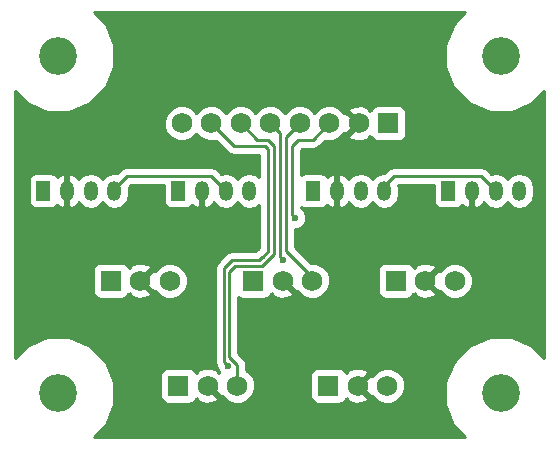
<source format=gbr>
G04 #@! TF.FileFunction,Copper,L2,Bot,Signal*
%FSLAX46Y46*%
G04 Gerber Fmt 4.6, Leading zero omitted, Abs format (unit mm)*
G04 Created by KiCad (PCBNEW 4.0.3+e1-6302~38~ubuntu15.04.1-stable) date Fri Aug 26 23:04:31 2016*
%MOMM*%
%LPD*%
G01*
G04 APERTURE LIST*
%ADD10C,0.100000*%
%ADD11R,1.750000X1.750000*%
%ADD12C,1.750000*%
%ADD13R,1.200000X1.700000*%
%ADD14O,1.200000X1.700000*%
%ADD15C,3.200000*%
%ADD16C,0.600000*%
%ADD17C,0.250000*%
%ADD18C,0.254000*%
G04 APERTURE END LIST*
D10*
D11*
X176530000Y-75565000D03*
D12*
X174030000Y-75565000D03*
X171530000Y-75565000D03*
X169030000Y-75565000D03*
X166530000Y-75565000D03*
X164030000Y-75565000D03*
X161530000Y-75565000D03*
X159030000Y-75565000D03*
D11*
X153035000Y-88900000D03*
D12*
X155535000Y-88900000D03*
X158035000Y-88900000D03*
D11*
X165100000Y-88900000D03*
D12*
X167600000Y-88900000D03*
X170100000Y-88900000D03*
D11*
X177165000Y-88900000D03*
D12*
X179665000Y-88900000D03*
X182165000Y-88900000D03*
D11*
X158750000Y-97790000D03*
D12*
X161250000Y-97790000D03*
X163750000Y-97790000D03*
D11*
X171450000Y-97790000D03*
D12*
X173950000Y-97790000D03*
X176450000Y-97790000D03*
D13*
X147320000Y-81280000D03*
D14*
X149320000Y-81280000D03*
X151320000Y-81280000D03*
X153320000Y-81280000D03*
D13*
X158750000Y-81280000D03*
D14*
X160750000Y-81280000D03*
X162750000Y-81280000D03*
X164750000Y-81280000D03*
D13*
X170180000Y-81280000D03*
D14*
X172180000Y-81280000D03*
X174180000Y-81280000D03*
X176180000Y-81280000D03*
D13*
X181610000Y-81280000D03*
D14*
X183610000Y-81280000D03*
X185610000Y-81280000D03*
X187610000Y-81280000D03*
D15*
X148590000Y-69850000D03*
X186055000Y-69850000D03*
X148590000Y-98425000D03*
X186055000Y-98425000D03*
D16*
X168656000Y-83566000D03*
X167640000Y-87122000D03*
X162976112Y-96129791D03*
D17*
X168402000Y-78994000D02*
X168402000Y-77470000D01*
X170133000Y-76962000D02*
X171530000Y-75565000D01*
X168910000Y-76962000D02*
X170133000Y-76962000D01*
X168402000Y-77470000D02*
X168910000Y-76962000D01*
X168656000Y-83566000D02*
X168402000Y-83312000D01*
X168402000Y-78994000D02*
X168402000Y-83312000D01*
X171530000Y-75565000D02*
X171530000Y-75866000D01*
X167894000Y-78994000D02*
X167894000Y-76701000D01*
X167894000Y-76701000D02*
X169030000Y-75565000D01*
X169164000Y-75699000D02*
X169030000Y-75565000D01*
X169030000Y-75565000D02*
X169030000Y-75572000D01*
X167894000Y-86360000D02*
X170100000Y-88566000D01*
X167894000Y-78994000D02*
X167894000Y-86360000D01*
X170100000Y-88566000D02*
X170100000Y-88900000D01*
X167386000Y-78486000D02*
X167386000Y-76421000D01*
X167386000Y-76421000D02*
X166530000Y-75565000D01*
X166370000Y-75725000D02*
X166530000Y-75565000D01*
X167386000Y-86614000D02*
X167386000Y-86868000D01*
X167386000Y-85598000D02*
X167386000Y-78486000D01*
X167386000Y-85598000D02*
X167386000Y-86614000D01*
X167386000Y-86868000D02*
X167640000Y-87122000D01*
X166530000Y-75565000D02*
X166554998Y-75565000D01*
X166878000Y-86614000D02*
X165862000Y-87630000D01*
X163068000Y-95337781D02*
X163750000Y-96019781D01*
X164030000Y-75565000D02*
X165427000Y-76962000D01*
X166370000Y-76962000D02*
X166878000Y-77470000D01*
X165427000Y-76962000D02*
X166370000Y-76962000D01*
X166878000Y-77470000D02*
X166878000Y-86614000D01*
X165862000Y-87630000D02*
X163576000Y-87630000D01*
X163576000Y-87630000D02*
X163068000Y-88138000D01*
X163750000Y-96552564D02*
X163750000Y-97790000D01*
X163068000Y-88138000D02*
X163068000Y-95337781D01*
X163750000Y-96019781D02*
X163750000Y-96552564D01*
X164030000Y-75565000D02*
X164030000Y-75892000D01*
X165919998Y-86868000D02*
X165862000Y-86868000D01*
X165862000Y-86868000D02*
X165608000Y-87122000D01*
X162616668Y-87827332D02*
X162616668Y-95770347D01*
X163322000Y-87122000D02*
X162616668Y-87827332D01*
X162676113Y-95829792D02*
X162976112Y-96129791D01*
X166116000Y-77470000D02*
X166370000Y-77724000D01*
X162616668Y-95770347D02*
X162676113Y-95829792D01*
X163435000Y-77470000D02*
X166116000Y-77470000D01*
X161530000Y-75565000D02*
X163435000Y-77470000D01*
X166370000Y-77724000D02*
X166370000Y-86417998D01*
X166370000Y-86417998D02*
X165919998Y-86868000D01*
X165608000Y-87122000D02*
X163322000Y-87122000D01*
X153320000Y-81280000D02*
X153320000Y-81122000D01*
X153320000Y-81122000D02*
X154432000Y-80010000D01*
X161480000Y-80010000D02*
X162750000Y-81280000D01*
X154432000Y-80010000D02*
X161480000Y-80010000D01*
X176180000Y-81280000D02*
X176180000Y-80868000D01*
X176180000Y-80868000D02*
X177038000Y-80010000D01*
X184340000Y-80010000D02*
X185610000Y-81280000D01*
X177038000Y-80010000D02*
X184340000Y-80010000D01*
D18*
G36*
X182049981Y-67168874D02*
X181328823Y-68905617D01*
X181327182Y-70786133D01*
X182045308Y-72524132D01*
X183373874Y-73855019D01*
X185110617Y-74576177D01*
X186991133Y-74577818D01*
X188729132Y-73859692D01*
X189738000Y-72852583D01*
X189738000Y-95423605D01*
X188736126Y-94419981D01*
X186999383Y-93698823D01*
X185118867Y-93697182D01*
X183380868Y-94415308D01*
X182049981Y-95743874D01*
X181328823Y-97480617D01*
X181327182Y-99361133D01*
X182045308Y-101099132D01*
X183052417Y-102108000D01*
X151591395Y-102108000D01*
X152595019Y-101106126D01*
X153316177Y-99369383D01*
X153317818Y-97488867D01*
X152599692Y-95750868D01*
X151271126Y-94419981D01*
X149534383Y-93698823D01*
X147653867Y-93697182D01*
X145915868Y-94415308D01*
X144907000Y-95422417D01*
X144907000Y-88025000D01*
X151512560Y-88025000D01*
X151512560Y-89775000D01*
X151556838Y-90010317D01*
X151695910Y-90226441D01*
X151908110Y-90371431D01*
X152160000Y-90422440D01*
X153910000Y-90422440D01*
X154145317Y-90378162D01*
X154361441Y-90239090D01*
X154498994Y-90037774D01*
X154537914Y-90076694D01*
X154652546Y-89962062D01*
X154735884Y-90215953D01*
X155300306Y-90421590D01*
X155900458Y-90395579D01*
X156334116Y-90215953D01*
X156417455Y-89962060D01*
X155535000Y-89079605D01*
X155520858Y-89093748D01*
X155341253Y-88914143D01*
X155355395Y-88900000D01*
X155714605Y-88900000D01*
X156597060Y-89782455D01*
X156745648Y-89733682D01*
X156754138Y-89754229D01*
X157178537Y-90179370D01*
X157733325Y-90409738D01*
X158334040Y-90410262D01*
X158889229Y-90180862D01*
X159314370Y-89756463D01*
X159544738Y-89201675D01*
X159545262Y-88600960D01*
X159315862Y-88045771D01*
X158891463Y-87620630D01*
X158336675Y-87390262D01*
X157735960Y-87389738D01*
X157180771Y-87619138D01*
X156755630Y-88043537D01*
X156746108Y-88066469D01*
X156597060Y-88017545D01*
X155714605Y-88900000D01*
X155355395Y-88900000D01*
X155341253Y-88885858D01*
X155520858Y-88706253D01*
X155535000Y-88720395D01*
X156417455Y-87837940D01*
X156334116Y-87584047D01*
X155769694Y-87378410D01*
X155169542Y-87404421D01*
X154735884Y-87584047D01*
X154652546Y-87837938D01*
X154537914Y-87723306D01*
X154496864Y-87764356D01*
X154374090Y-87573559D01*
X154161890Y-87428569D01*
X153910000Y-87377560D01*
X152160000Y-87377560D01*
X151924683Y-87421838D01*
X151708559Y-87560910D01*
X151563569Y-87773110D01*
X151512560Y-88025000D01*
X144907000Y-88025000D01*
X144907000Y-80430000D01*
X146072560Y-80430000D01*
X146072560Y-82130000D01*
X146116838Y-82365317D01*
X146255910Y-82581441D01*
X146468110Y-82726431D01*
X146720000Y-82777440D01*
X147920000Y-82777440D01*
X148155317Y-82733162D01*
X148371441Y-82594090D01*
X148475571Y-82441691D01*
X148490875Y-82461933D01*
X148910624Y-82708286D01*
X149002391Y-82723462D01*
X149193000Y-82598731D01*
X149193000Y-81407000D01*
X149173000Y-81407000D01*
X149173000Y-81153000D01*
X149193000Y-81153000D01*
X149193000Y-79961269D01*
X149447000Y-79961269D01*
X149447000Y-81153000D01*
X149467000Y-81153000D01*
X149467000Y-81407000D01*
X149447000Y-81407000D01*
X149447000Y-82598731D01*
X149637609Y-82723462D01*
X149729376Y-82708286D01*
X150149125Y-82461933D01*
X150317590Y-82239109D01*
X150446723Y-82432370D01*
X150847386Y-82700084D01*
X151320000Y-82794093D01*
X151792614Y-82700084D01*
X152193277Y-82432370D01*
X152320000Y-82242715D01*
X152446723Y-82432370D01*
X152847386Y-82700084D01*
X153320000Y-82794093D01*
X153792614Y-82700084D01*
X154193277Y-82432370D01*
X154460991Y-82031707D01*
X154555000Y-81559093D01*
X154555000Y-81000907D01*
X154548512Y-80968290D01*
X154746802Y-80770000D01*
X157502560Y-80770000D01*
X157502560Y-82130000D01*
X157546838Y-82365317D01*
X157685910Y-82581441D01*
X157898110Y-82726431D01*
X158150000Y-82777440D01*
X159350000Y-82777440D01*
X159585317Y-82733162D01*
X159801441Y-82594090D01*
X159905571Y-82441691D01*
X159920875Y-82461933D01*
X160340624Y-82708286D01*
X160432391Y-82723462D01*
X160623000Y-82598731D01*
X160623000Y-81407000D01*
X160603000Y-81407000D01*
X160603000Y-81153000D01*
X160623000Y-81153000D01*
X160623000Y-81133000D01*
X160877000Y-81133000D01*
X160877000Y-81153000D01*
X160897000Y-81153000D01*
X160897000Y-81407000D01*
X160877000Y-81407000D01*
X160877000Y-82598731D01*
X161067609Y-82723462D01*
X161159376Y-82708286D01*
X161579125Y-82461933D01*
X161747590Y-82239109D01*
X161876723Y-82432370D01*
X162277386Y-82700084D01*
X162750000Y-82794093D01*
X163222614Y-82700084D01*
X163623277Y-82432370D01*
X163750000Y-82242715D01*
X163876723Y-82432370D01*
X164277386Y-82700084D01*
X164750000Y-82794093D01*
X165222614Y-82700084D01*
X165610000Y-82441241D01*
X165610000Y-86103196D01*
X165499386Y-86213810D01*
X165324599Y-86330599D01*
X165293198Y-86362000D01*
X163322000Y-86362000D01*
X163031161Y-86419852D01*
X162784599Y-86584599D01*
X162079267Y-87289931D01*
X161914520Y-87536493D01*
X161856668Y-87827332D01*
X161856668Y-95770347D01*
X161914520Y-96061186D01*
X162041006Y-96250486D01*
X162040950Y-96314958D01*
X162182995Y-96658734D01*
X162192318Y-96668074D01*
X162132454Y-96727938D01*
X162049116Y-96474047D01*
X161484694Y-96268410D01*
X160884542Y-96294421D01*
X160450884Y-96474047D01*
X160367546Y-96727938D01*
X160252914Y-96613306D01*
X160211864Y-96654356D01*
X160089090Y-96463559D01*
X159876890Y-96318569D01*
X159625000Y-96267560D01*
X157875000Y-96267560D01*
X157639683Y-96311838D01*
X157423559Y-96450910D01*
X157278569Y-96663110D01*
X157227560Y-96915000D01*
X157227560Y-98665000D01*
X157271838Y-98900317D01*
X157410910Y-99116441D01*
X157623110Y-99261431D01*
X157875000Y-99312440D01*
X159625000Y-99312440D01*
X159860317Y-99268162D01*
X160076441Y-99129090D01*
X160213994Y-98927774D01*
X160252914Y-98966694D01*
X160367546Y-98852062D01*
X160450884Y-99105953D01*
X161015306Y-99311590D01*
X161615458Y-99285579D01*
X162049116Y-99105953D01*
X162132455Y-98852060D01*
X161250000Y-97969605D01*
X161235858Y-97983748D01*
X161056253Y-97804143D01*
X161070395Y-97790000D01*
X161056253Y-97775858D01*
X161235858Y-97596253D01*
X161250000Y-97610395D01*
X161264143Y-97596253D01*
X161443748Y-97775858D01*
X161429605Y-97790000D01*
X162312060Y-98672455D01*
X162460648Y-98623682D01*
X162469138Y-98644229D01*
X162893537Y-99069370D01*
X163448325Y-99299738D01*
X164049040Y-99300262D01*
X164604229Y-99070862D01*
X165029370Y-98646463D01*
X165259738Y-98091675D01*
X165260262Y-97490960D01*
X165030862Y-96935771D01*
X165010128Y-96915000D01*
X169927560Y-96915000D01*
X169927560Y-98665000D01*
X169971838Y-98900317D01*
X170110910Y-99116441D01*
X170323110Y-99261431D01*
X170575000Y-99312440D01*
X172325000Y-99312440D01*
X172560317Y-99268162D01*
X172776441Y-99129090D01*
X172913994Y-98927774D01*
X172952914Y-98966694D01*
X173067546Y-98852062D01*
X173150884Y-99105953D01*
X173715306Y-99311590D01*
X174315458Y-99285579D01*
X174749116Y-99105953D01*
X174832455Y-98852060D01*
X173950000Y-97969605D01*
X173935858Y-97983748D01*
X173756253Y-97804143D01*
X173770395Y-97790000D01*
X174129605Y-97790000D01*
X175012060Y-98672455D01*
X175160648Y-98623682D01*
X175169138Y-98644229D01*
X175593537Y-99069370D01*
X176148325Y-99299738D01*
X176749040Y-99300262D01*
X177304229Y-99070862D01*
X177729370Y-98646463D01*
X177959738Y-98091675D01*
X177960262Y-97490960D01*
X177730862Y-96935771D01*
X177306463Y-96510630D01*
X176751675Y-96280262D01*
X176150960Y-96279738D01*
X175595771Y-96509138D01*
X175170630Y-96933537D01*
X175161108Y-96956469D01*
X175012060Y-96907545D01*
X174129605Y-97790000D01*
X173770395Y-97790000D01*
X173756253Y-97775858D01*
X173935858Y-97596253D01*
X173950000Y-97610395D01*
X174832455Y-96727940D01*
X174749116Y-96474047D01*
X174184694Y-96268410D01*
X173584542Y-96294421D01*
X173150884Y-96474047D01*
X173067546Y-96727938D01*
X172952914Y-96613306D01*
X172911864Y-96654356D01*
X172789090Y-96463559D01*
X172576890Y-96318569D01*
X172325000Y-96267560D01*
X170575000Y-96267560D01*
X170339683Y-96311838D01*
X170123559Y-96450910D01*
X169978569Y-96663110D01*
X169927560Y-96915000D01*
X165010128Y-96915000D01*
X164606463Y-96510630D01*
X164510000Y-96470575D01*
X164510000Y-96019781D01*
X164452148Y-95728942D01*
X164287401Y-95482380D01*
X163828000Y-95022979D01*
X163828000Y-90272282D01*
X163973110Y-90371431D01*
X164225000Y-90422440D01*
X165975000Y-90422440D01*
X166210317Y-90378162D01*
X166426441Y-90239090D01*
X166563994Y-90037774D01*
X166602914Y-90076694D01*
X166717546Y-89962062D01*
X166800884Y-90215953D01*
X167365306Y-90421590D01*
X167965458Y-90395579D01*
X168399116Y-90215953D01*
X168482455Y-89962060D01*
X167600000Y-89079605D01*
X167585858Y-89093748D01*
X167406253Y-88914143D01*
X167420395Y-88900000D01*
X167406253Y-88885858D01*
X167585858Y-88706253D01*
X167600000Y-88720395D01*
X167614143Y-88706253D01*
X167793748Y-88885858D01*
X167779605Y-88900000D01*
X168662060Y-89782455D01*
X168810648Y-89733682D01*
X168819138Y-89754229D01*
X169243537Y-90179370D01*
X169798325Y-90409738D01*
X170399040Y-90410262D01*
X170954229Y-90180862D01*
X171379370Y-89756463D01*
X171609738Y-89201675D01*
X171610262Y-88600960D01*
X171380862Y-88045771D01*
X171360128Y-88025000D01*
X175642560Y-88025000D01*
X175642560Y-89775000D01*
X175686838Y-90010317D01*
X175825910Y-90226441D01*
X176038110Y-90371431D01*
X176290000Y-90422440D01*
X178040000Y-90422440D01*
X178275317Y-90378162D01*
X178491441Y-90239090D01*
X178628994Y-90037774D01*
X178667914Y-90076694D01*
X178782546Y-89962062D01*
X178865884Y-90215953D01*
X179430306Y-90421590D01*
X180030458Y-90395579D01*
X180464116Y-90215953D01*
X180547455Y-89962060D01*
X179665000Y-89079605D01*
X179650858Y-89093748D01*
X179471253Y-88914143D01*
X179485395Y-88900000D01*
X179844605Y-88900000D01*
X180727060Y-89782455D01*
X180875648Y-89733682D01*
X180884138Y-89754229D01*
X181308537Y-90179370D01*
X181863325Y-90409738D01*
X182464040Y-90410262D01*
X183019229Y-90180862D01*
X183444370Y-89756463D01*
X183674738Y-89201675D01*
X183675262Y-88600960D01*
X183445862Y-88045771D01*
X183021463Y-87620630D01*
X182466675Y-87390262D01*
X181865960Y-87389738D01*
X181310771Y-87619138D01*
X180885630Y-88043537D01*
X180876108Y-88066469D01*
X180727060Y-88017545D01*
X179844605Y-88900000D01*
X179485395Y-88900000D01*
X179471253Y-88885858D01*
X179650858Y-88706253D01*
X179665000Y-88720395D01*
X180547455Y-87837940D01*
X180464116Y-87584047D01*
X179899694Y-87378410D01*
X179299542Y-87404421D01*
X178865884Y-87584047D01*
X178782546Y-87837938D01*
X178667914Y-87723306D01*
X178626864Y-87764356D01*
X178504090Y-87573559D01*
X178291890Y-87428569D01*
X178040000Y-87377560D01*
X176290000Y-87377560D01*
X176054683Y-87421838D01*
X175838559Y-87560910D01*
X175693569Y-87773110D01*
X175642560Y-88025000D01*
X171360128Y-88025000D01*
X170956463Y-87620630D01*
X170401675Y-87390262D01*
X169998712Y-87389910D01*
X168654000Y-86045198D01*
X168654000Y-84500999D01*
X168841167Y-84501162D01*
X169184943Y-84359117D01*
X169448192Y-84096327D01*
X169590838Y-83752799D01*
X169591162Y-83380833D01*
X169449117Y-83037057D01*
X169186327Y-82773808D01*
X169162000Y-82763706D01*
X169162000Y-82612933D01*
X169328110Y-82726431D01*
X169580000Y-82777440D01*
X170780000Y-82777440D01*
X171015317Y-82733162D01*
X171231441Y-82594090D01*
X171335571Y-82441691D01*
X171350875Y-82461933D01*
X171770624Y-82708286D01*
X171862391Y-82723462D01*
X172053000Y-82598731D01*
X172053000Y-81407000D01*
X172033000Y-81407000D01*
X172033000Y-81153000D01*
X172053000Y-81153000D01*
X172053000Y-79961269D01*
X172307000Y-79961269D01*
X172307000Y-81153000D01*
X172327000Y-81153000D01*
X172327000Y-81407000D01*
X172307000Y-81407000D01*
X172307000Y-82598731D01*
X172497609Y-82723462D01*
X172589376Y-82708286D01*
X173009125Y-82461933D01*
X173177590Y-82239109D01*
X173306723Y-82432370D01*
X173707386Y-82700084D01*
X174180000Y-82794093D01*
X174652614Y-82700084D01*
X175053277Y-82432370D01*
X175180000Y-82242715D01*
X175306723Y-82432370D01*
X175707386Y-82700084D01*
X176180000Y-82794093D01*
X176652614Y-82700084D01*
X177053277Y-82432370D01*
X177320991Y-82031707D01*
X177415000Y-81559093D01*
X177415000Y-81000907D01*
X177369070Y-80770000D01*
X180362560Y-80770000D01*
X180362560Y-82130000D01*
X180406838Y-82365317D01*
X180545910Y-82581441D01*
X180758110Y-82726431D01*
X181010000Y-82777440D01*
X182210000Y-82777440D01*
X182445317Y-82733162D01*
X182661441Y-82594090D01*
X182765571Y-82441691D01*
X182780875Y-82461933D01*
X183200624Y-82708286D01*
X183292391Y-82723462D01*
X183483000Y-82598731D01*
X183483000Y-81407000D01*
X183463000Y-81407000D01*
X183463000Y-81153000D01*
X183483000Y-81153000D01*
X183483000Y-81133000D01*
X183737000Y-81133000D01*
X183737000Y-81153000D01*
X183757000Y-81153000D01*
X183757000Y-81407000D01*
X183737000Y-81407000D01*
X183737000Y-82598731D01*
X183927609Y-82723462D01*
X184019376Y-82708286D01*
X184439125Y-82461933D01*
X184607590Y-82239109D01*
X184736723Y-82432370D01*
X185137386Y-82700084D01*
X185610000Y-82794093D01*
X186082614Y-82700084D01*
X186483277Y-82432370D01*
X186610000Y-82242715D01*
X186736723Y-82432370D01*
X187137386Y-82700084D01*
X187610000Y-82794093D01*
X188082614Y-82700084D01*
X188483277Y-82432370D01*
X188750991Y-82031707D01*
X188845000Y-81559093D01*
X188845000Y-81000907D01*
X188750991Y-80528293D01*
X188483277Y-80127630D01*
X188082614Y-79859916D01*
X187610000Y-79765907D01*
X187137386Y-79859916D01*
X186736723Y-80127630D01*
X186610000Y-80317285D01*
X186483277Y-80127630D01*
X186082614Y-79859916D01*
X185610000Y-79765907D01*
X185243592Y-79838790D01*
X184877401Y-79472599D01*
X184630839Y-79307852D01*
X184340000Y-79250000D01*
X177038000Y-79250000D01*
X176747160Y-79307852D01*
X176500599Y-79472599D01*
X176202763Y-79770435D01*
X176180000Y-79765907D01*
X175707386Y-79859916D01*
X175306723Y-80127630D01*
X175180000Y-80317285D01*
X175053277Y-80127630D01*
X174652614Y-79859916D01*
X174180000Y-79765907D01*
X173707386Y-79859916D01*
X173306723Y-80127630D01*
X173177590Y-80320891D01*
X173009125Y-80098067D01*
X172589376Y-79851714D01*
X172497609Y-79836538D01*
X172307000Y-79961269D01*
X172053000Y-79961269D01*
X171862391Y-79836538D01*
X171770624Y-79851714D01*
X171350875Y-80098067D01*
X171334731Y-80119420D01*
X171244090Y-79978559D01*
X171031890Y-79833569D01*
X170780000Y-79782560D01*
X169580000Y-79782560D01*
X169344683Y-79826838D01*
X169162000Y-79944391D01*
X169162000Y-77784802D01*
X169224802Y-77722000D01*
X170133000Y-77722000D01*
X170423839Y-77664148D01*
X170670401Y-77499401D01*
X171134163Y-77035639D01*
X171228325Y-77074738D01*
X171829040Y-77075262D01*
X172384229Y-76845862D01*
X172809370Y-76421463D01*
X172818892Y-76398531D01*
X172967940Y-76447455D01*
X173850395Y-75565000D01*
X172967940Y-74682545D01*
X172819352Y-74731318D01*
X172810862Y-74710771D01*
X172603394Y-74502940D01*
X173147545Y-74502940D01*
X174030000Y-75385395D01*
X174044143Y-75371253D01*
X174223748Y-75550858D01*
X174209605Y-75565000D01*
X174223748Y-75579143D01*
X174044143Y-75758748D01*
X174030000Y-75744605D01*
X173147545Y-76627060D01*
X173230884Y-76880953D01*
X173795306Y-77086590D01*
X174395458Y-77060579D01*
X174829116Y-76880953D01*
X174912454Y-76627062D01*
X175027086Y-76741694D01*
X175068136Y-76700644D01*
X175190910Y-76891441D01*
X175403110Y-77036431D01*
X175655000Y-77087440D01*
X177405000Y-77087440D01*
X177640317Y-77043162D01*
X177856441Y-76904090D01*
X178001431Y-76691890D01*
X178052440Y-76440000D01*
X178052440Y-74690000D01*
X178008162Y-74454683D01*
X177869090Y-74238559D01*
X177656890Y-74093569D01*
X177405000Y-74042560D01*
X175655000Y-74042560D01*
X175419683Y-74086838D01*
X175203559Y-74225910D01*
X175066006Y-74427226D01*
X175027086Y-74388306D01*
X174912454Y-74502938D01*
X174829116Y-74249047D01*
X174264694Y-74043410D01*
X173664542Y-74069421D01*
X173230884Y-74249047D01*
X173147545Y-74502940D01*
X172603394Y-74502940D01*
X172386463Y-74285630D01*
X171831675Y-74055262D01*
X171230960Y-74054738D01*
X170675771Y-74284138D01*
X170279682Y-74679536D01*
X169886463Y-74285630D01*
X169331675Y-74055262D01*
X168730960Y-74054738D01*
X168175771Y-74284138D01*
X167779682Y-74679536D01*
X167386463Y-74285630D01*
X166831675Y-74055262D01*
X166230960Y-74054738D01*
X165675771Y-74284138D01*
X165279682Y-74679536D01*
X164886463Y-74285630D01*
X164331675Y-74055262D01*
X163730960Y-74054738D01*
X163175771Y-74284138D01*
X162779682Y-74679536D01*
X162386463Y-74285630D01*
X161831675Y-74055262D01*
X161230960Y-74054738D01*
X160675771Y-74284138D01*
X160279682Y-74679536D01*
X159886463Y-74285630D01*
X159331675Y-74055262D01*
X158730960Y-74054738D01*
X158175771Y-74284138D01*
X157750630Y-74708537D01*
X157520262Y-75263325D01*
X157519738Y-75864040D01*
X157749138Y-76419229D01*
X158173537Y-76844370D01*
X158728325Y-77074738D01*
X159329040Y-77075262D01*
X159884229Y-76845862D01*
X160280318Y-76450464D01*
X160673537Y-76844370D01*
X161228325Y-77074738D01*
X161829040Y-77075262D01*
X161925573Y-77035375D01*
X162897599Y-78007401D01*
X163144161Y-78172148D01*
X163435000Y-78230000D01*
X165610000Y-78230000D01*
X165610000Y-80118759D01*
X165222614Y-79859916D01*
X164750000Y-79765907D01*
X164277386Y-79859916D01*
X163876723Y-80127630D01*
X163750000Y-80317285D01*
X163623277Y-80127630D01*
X163222614Y-79859916D01*
X162750000Y-79765907D01*
X162383592Y-79838790D01*
X162017401Y-79472599D01*
X161770839Y-79307852D01*
X161480000Y-79250000D01*
X154432000Y-79250000D01*
X154189414Y-79298254D01*
X154141160Y-79307852D01*
X153894599Y-79472599D01*
X153554622Y-79812576D01*
X153320000Y-79765907D01*
X152847386Y-79859916D01*
X152446723Y-80127630D01*
X152320000Y-80317285D01*
X152193277Y-80127630D01*
X151792614Y-79859916D01*
X151320000Y-79765907D01*
X150847386Y-79859916D01*
X150446723Y-80127630D01*
X150317590Y-80320891D01*
X150149125Y-80098067D01*
X149729376Y-79851714D01*
X149637609Y-79836538D01*
X149447000Y-79961269D01*
X149193000Y-79961269D01*
X149002391Y-79836538D01*
X148910624Y-79851714D01*
X148490875Y-80098067D01*
X148474731Y-80119420D01*
X148384090Y-79978559D01*
X148171890Y-79833569D01*
X147920000Y-79782560D01*
X146720000Y-79782560D01*
X146484683Y-79826838D01*
X146268559Y-79965910D01*
X146123569Y-80178110D01*
X146072560Y-80430000D01*
X144907000Y-80430000D01*
X144907000Y-72851395D01*
X145908874Y-73855019D01*
X147645617Y-74576177D01*
X149526133Y-74577818D01*
X151264132Y-73859692D01*
X152595019Y-72531126D01*
X153316177Y-70794383D01*
X153317818Y-68913867D01*
X152599692Y-67175868D01*
X151592583Y-66167000D01*
X183053605Y-66167000D01*
X182049981Y-67168874D01*
X182049981Y-67168874D01*
G37*
X182049981Y-67168874D02*
X181328823Y-68905617D01*
X181327182Y-70786133D01*
X182045308Y-72524132D01*
X183373874Y-73855019D01*
X185110617Y-74576177D01*
X186991133Y-74577818D01*
X188729132Y-73859692D01*
X189738000Y-72852583D01*
X189738000Y-95423605D01*
X188736126Y-94419981D01*
X186999383Y-93698823D01*
X185118867Y-93697182D01*
X183380868Y-94415308D01*
X182049981Y-95743874D01*
X181328823Y-97480617D01*
X181327182Y-99361133D01*
X182045308Y-101099132D01*
X183052417Y-102108000D01*
X151591395Y-102108000D01*
X152595019Y-101106126D01*
X153316177Y-99369383D01*
X153317818Y-97488867D01*
X152599692Y-95750868D01*
X151271126Y-94419981D01*
X149534383Y-93698823D01*
X147653867Y-93697182D01*
X145915868Y-94415308D01*
X144907000Y-95422417D01*
X144907000Y-88025000D01*
X151512560Y-88025000D01*
X151512560Y-89775000D01*
X151556838Y-90010317D01*
X151695910Y-90226441D01*
X151908110Y-90371431D01*
X152160000Y-90422440D01*
X153910000Y-90422440D01*
X154145317Y-90378162D01*
X154361441Y-90239090D01*
X154498994Y-90037774D01*
X154537914Y-90076694D01*
X154652546Y-89962062D01*
X154735884Y-90215953D01*
X155300306Y-90421590D01*
X155900458Y-90395579D01*
X156334116Y-90215953D01*
X156417455Y-89962060D01*
X155535000Y-89079605D01*
X155520858Y-89093748D01*
X155341253Y-88914143D01*
X155355395Y-88900000D01*
X155714605Y-88900000D01*
X156597060Y-89782455D01*
X156745648Y-89733682D01*
X156754138Y-89754229D01*
X157178537Y-90179370D01*
X157733325Y-90409738D01*
X158334040Y-90410262D01*
X158889229Y-90180862D01*
X159314370Y-89756463D01*
X159544738Y-89201675D01*
X159545262Y-88600960D01*
X159315862Y-88045771D01*
X158891463Y-87620630D01*
X158336675Y-87390262D01*
X157735960Y-87389738D01*
X157180771Y-87619138D01*
X156755630Y-88043537D01*
X156746108Y-88066469D01*
X156597060Y-88017545D01*
X155714605Y-88900000D01*
X155355395Y-88900000D01*
X155341253Y-88885858D01*
X155520858Y-88706253D01*
X155535000Y-88720395D01*
X156417455Y-87837940D01*
X156334116Y-87584047D01*
X155769694Y-87378410D01*
X155169542Y-87404421D01*
X154735884Y-87584047D01*
X154652546Y-87837938D01*
X154537914Y-87723306D01*
X154496864Y-87764356D01*
X154374090Y-87573559D01*
X154161890Y-87428569D01*
X153910000Y-87377560D01*
X152160000Y-87377560D01*
X151924683Y-87421838D01*
X151708559Y-87560910D01*
X151563569Y-87773110D01*
X151512560Y-88025000D01*
X144907000Y-88025000D01*
X144907000Y-80430000D01*
X146072560Y-80430000D01*
X146072560Y-82130000D01*
X146116838Y-82365317D01*
X146255910Y-82581441D01*
X146468110Y-82726431D01*
X146720000Y-82777440D01*
X147920000Y-82777440D01*
X148155317Y-82733162D01*
X148371441Y-82594090D01*
X148475571Y-82441691D01*
X148490875Y-82461933D01*
X148910624Y-82708286D01*
X149002391Y-82723462D01*
X149193000Y-82598731D01*
X149193000Y-81407000D01*
X149173000Y-81407000D01*
X149173000Y-81153000D01*
X149193000Y-81153000D01*
X149193000Y-79961269D01*
X149447000Y-79961269D01*
X149447000Y-81153000D01*
X149467000Y-81153000D01*
X149467000Y-81407000D01*
X149447000Y-81407000D01*
X149447000Y-82598731D01*
X149637609Y-82723462D01*
X149729376Y-82708286D01*
X150149125Y-82461933D01*
X150317590Y-82239109D01*
X150446723Y-82432370D01*
X150847386Y-82700084D01*
X151320000Y-82794093D01*
X151792614Y-82700084D01*
X152193277Y-82432370D01*
X152320000Y-82242715D01*
X152446723Y-82432370D01*
X152847386Y-82700084D01*
X153320000Y-82794093D01*
X153792614Y-82700084D01*
X154193277Y-82432370D01*
X154460991Y-82031707D01*
X154555000Y-81559093D01*
X154555000Y-81000907D01*
X154548512Y-80968290D01*
X154746802Y-80770000D01*
X157502560Y-80770000D01*
X157502560Y-82130000D01*
X157546838Y-82365317D01*
X157685910Y-82581441D01*
X157898110Y-82726431D01*
X158150000Y-82777440D01*
X159350000Y-82777440D01*
X159585317Y-82733162D01*
X159801441Y-82594090D01*
X159905571Y-82441691D01*
X159920875Y-82461933D01*
X160340624Y-82708286D01*
X160432391Y-82723462D01*
X160623000Y-82598731D01*
X160623000Y-81407000D01*
X160603000Y-81407000D01*
X160603000Y-81153000D01*
X160623000Y-81153000D01*
X160623000Y-81133000D01*
X160877000Y-81133000D01*
X160877000Y-81153000D01*
X160897000Y-81153000D01*
X160897000Y-81407000D01*
X160877000Y-81407000D01*
X160877000Y-82598731D01*
X161067609Y-82723462D01*
X161159376Y-82708286D01*
X161579125Y-82461933D01*
X161747590Y-82239109D01*
X161876723Y-82432370D01*
X162277386Y-82700084D01*
X162750000Y-82794093D01*
X163222614Y-82700084D01*
X163623277Y-82432370D01*
X163750000Y-82242715D01*
X163876723Y-82432370D01*
X164277386Y-82700084D01*
X164750000Y-82794093D01*
X165222614Y-82700084D01*
X165610000Y-82441241D01*
X165610000Y-86103196D01*
X165499386Y-86213810D01*
X165324599Y-86330599D01*
X165293198Y-86362000D01*
X163322000Y-86362000D01*
X163031161Y-86419852D01*
X162784599Y-86584599D01*
X162079267Y-87289931D01*
X161914520Y-87536493D01*
X161856668Y-87827332D01*
X161856668Y-95770347D01*
X161914520Y-96061186D01*
X162041006Y-96250486D01*
X162040950Y-96314958D01*
X162182995Y-96658734D01*
X162192318Y-96668074D01*
X162132454Y-96727938D01*
X162049116Y-96474047D01*
X161484694Y-96268410D01*
X160884542Y-96294421D01*
X160450884Y-96474047D01*
X160367546Y-96727938D01*
X160252914Y-96613306D01*
X160211864Y-96654356D01*
X160089090Y-96463559D01*
X159876890Y-96318569D01*
X159625000Y-96267560D01*
X157875000Y-96267560D01*
X157639683Y-96311838D01*
X157423559Y-96450910D01*
X157278569Y-96663110D01*
X157227560Y-96915000D01*
X157227560Y-98665000D01*
X157271838Y-98900317D01*
X157410910Y-99116441D01*
X157623110Y-99261431D01*
X157875000Y-99312440D01*
X159625000Y-99312440D01*
X159860317Y-99268162D01*
X160076441Y-99129090D01*
X160213994Y-98927774D01*
X160252914Y-98966694D01*
X160367546Y-98852062D01*
X160450884Y-99105953D01*
X161015306Y-99311590D01*
X161615458Y-99285579D01*
X162049116Y-99105953D01*
X162132455Y-98852060D01*
X161250000Y-97969605D01*
X161235858Y-97983748D01*
X161056253Y-97804143D01*
X161070395Y-97790000D01*
X161056253Y-97775858D01*
X161235858Y-97596253D01*
X161250000Y-97610395D01*
X161264143Y-97596253D01*
X161443748Y-97775858D01*
X161429605Y-97790000D01*
X162312060Y-98672455D01*
X162460648Y-98623682D01*
X162469138Y-98644229D01*
X162893537Y-99069370D01*
X163448325Y-99299738D01*
X164049040Y-99300262D01*
X164604229Y-99070862D01*
X165029370Y-98646463D01*
X165259738Y-98091675D01*
X165260262Y-97490960D01*
X165030862Y-96935771D01*
X165010128Y-96915000D01*
X169927560Y-96915000D01*
X169927560Y-98665000D01*
X169971838Y-98900317D01*
X170110910Y-99116441D01*
X170323110Y-99261431D01*
X170575000Y-99312440D01*
X172325000Y-99312440D01*
X172560317Y-99268162D01*
X172776441Y-99129090D01*
X172913994Y-98927774D01*
X172952914Y-98966694D01*
X173067546Y-98852062D01*
X173150884Y-99105953D01*
X173715306Y-99311590D01*
X174315458Y-99285579D01*
X174749116Y-99105953D01*
X174832455Y-98852060D01*
X173950000Y-97969605D01*
X173935858Y-97983748D01*
X173756253Y-97804143D01*
X173770395Y-97790000D01*
X174129605Y-97790000D01*
X175012060Y-98672455D01*
X175160648Y-98623682D01*
X175169138Y-98644229D01*
X175593537Y-99069370D01*
X176148325Y-99299738D01*
X176749040Y-99300262D01*
X177304229Y-99070862D01*
X177729370Y-98646463D01*
X177959738Y-98091675D01*
X177960262Y-97490960D01*
X177730862Y-96935771D01*
X177306463Y-96510630D01*
X176751675Y-96280262D01*
X176150960Y-96279738D01*
X175595771Y-96509138D01*
X175170630Y-96933537D01*
X175161108Y-96956469D01*
X175012060Y-96907545D01*
X174129605Y-97790000D01*
X173770395Y-97790000D01*
X173756253Y-97775858D01*
X173935858Y-97596253D01*
X173950000Y-97610395D01*
X174832455Y-96727940D01*
X174749116Y-96474047D01*
X174184694Y-96268410D01*
X173584542Y-96294421D01*
X173150884Y-96474047D01*
X173067546Y-96727938D01*
X172952914Y-96613306D01*
X172911864Y-96654356D01*
X172789090Y-96463559D01*
X172576890Y-96318569D01*
X172325000Y-96267560D01*
X170575000Y-96267560D01*
X170339683Y-96311838D01*
X170123559Y-96450910D01*
X169978569Y-96663110D01*
X169927560Y-96915000D01*
X165010128Y-96915000D01*
X164606463Y-96510630D01*
X164510000Y-96470575D01*
X164510000Y-96019781D01*
X164452148Y-95728942D01*
X164287401Y-95482380D01*
X163828000Y-95022979D01*
X163828000Y-90272282D01*
X163973110Y-90371431D01*
X164225000Y-90422440D01*
X165975000Y-90422440D01*
X166210317Y-90378162D01*
X166426441Y-90239090D01*
X166563994Y-90037774D01*
X166602914Y-90076694D01*
X166717546Y-89962062D01*
X166800884Y-90215953D01*
X167365306Y-90421590D01*
X167965458Y-90395579D01*
X168399116Y-90215953D01*
X168482455Y-89962060D01*
X167600000Y-89079605D01*
X167585858Y-89093748D01*
X167406253Y-88914143D01*
X167420395Y-88900000D01*
X167406253Y-88885858D01*
X167585858Y-88706253D01*
X167600000Y-88720395D01*
X167614143Y-88706253D01*
X167793748Y-88885858D01*
X167779605Y-88900000D01*
X168662060Y-89782455D01*
X168810648Y-89733682D01*
X168819138Y-89754229D01*
X169243537Y-90179370D01*
X169798325Y-90409738D01*
X170399040Y-90410262D01*
X170954229Y-90180862D01*
X171379370Y-89756463D01*
X171609738Y-89201675D01*
X171610262Y-88600960D01*
X171380862Y-88045771D01*
X171360128Y-88025000D01*
X175642560Y-88025000D01*
X175642560Y-89775000D01*
X175686838Y-90010317D01*
X175825910Y-90226441D01*
X176038110Y-90371431D01*
X176290000Y-90422440D01*
X178040000Y-90422440D01*
X178275317Y-90378162D01*
X178491441Y-90239090D01*
X178628994Y-90037774D01*
X178667914Y-90076694D01*
X178782546Y-89962062D01*
X178865884Y-90215953D01*
X179430306Y-90421590D01*
X180030458Y-90395579D01*
X180464116Y-90215953D01*
X180547455Y-89962060D01*
X179665000Y-89079605D01*
X179650858Y-89093748D01*
X179471253Y-88914143D01*
X179485395Y-88900000D01*
X179844605Y-88900000D01*
X180727060Y-89782455D01*
X180875648Y-89733682D01*
X180884138Y-89754229D01*
X181308537Y-90179370D01*
X181863325Y-90409738D01*
X182464040Y-90410262D01*
X183019229Y-90180862D01*
X183444370Y-89756463D01*
X183674738Y-89201675D01*
X183675262Y-88600960D01*
X183445862Y-88045771D01*
X183021463Y-87620630D01*
X182466675Y-87390262D01*
X181865960Y-87389738D01*
X181310771Y-87619138D01*
X180885630Y-88043537D01*
X180876108Y-88066469D01*
X180727060Y-88017545D01*
X179844605Y-88900000D01*
X179485395Y-88900000D01*
X179471253Y-88885858D01*
X179650858Y-88706253D01*
X179665000Y-88720395D01*
X180547455Y-87837940D01*
X180464116Y-87584047D01*
X179899694Y-87378410D01*
X179299542Y-87404421D01*
X178865884Y-87584047D01*
X178782546Y-87837938D01*
X178667914Y-87723306D01*
X178626864Y-87764356D01*
X178504090Y-87573559D01*
X178291890Y-87428569D01*
X178040000Y-87377560D01*
X176290000Y-87377560D01*
X176054683Y-87421838D01*
X175838559Y-87560910D01*
X175693569Y-87773110D01*
X175642560Y-88025000D01*
X171360128Y-88025000D01*
X170956463Y-87620630D01*
X170401675Y-87390262D01*
X169998712Y-87389910D01*
X168654000Y-86045198D01*
X168654000Y-84500999D01*
X168841167Y-84501162D01*
X169184943Y-84359117D01*
X169448192Y-84096327D01*
X169590838Y-83752799D01*
X169591162Y-83380833D01*
X169449117Y-83037057D01*
X169186327Y-82773808D01*
X169162000Y-82763706D01*
X169162000Y-82612933D01*
X169328110Y-82726431D01*
X169580000Y-82777440D01*
X170780000Y-82777440D01*
X171015317Y-82733162D01*
X171231441Y-82594090D01*
X171335571Y-82441691D01*
X171350875Y-82461933D01*
X171770624Y-82708286D01*
X171862391Y-82723462D01*
X172053000Y-82598731D01*
X172053000Y-81407000D01*
X172033000Y-81407000D01*
X172033000Y-81153000D01*
X172053000Y-81153000D01*
X172053000Y-79961269D01*
X172307000Y-79961269D01*
X172307000Y-81153000D01*
X172327000Y-81153000D01*
X172327000Y-81407000D01*
X172307000Y-81407000D01*
X172307000Y-82598731D01*
X172497609Y-82723462D01*
X172589376Y-82708286D01*
X173009125Y-82461933D01*
X173177590Y-82239109D01*
X173306723Y-82432370D01*
X173707386Y-82700084D01*
X174180000Y-82794093D01*
X174652614Y-82700084D01*
X175053277Y-82432370D01*
X175180000Y-82242715D01*
X175306723Y-82432370D01*
X175707386Y-82700084D01*
X176180000Y-82794093D01*
X176652614Y-82700084D01*
X177053277Y-82432370D01*
X177320991Y-82031707D01*
X177415000Y-81559093D01*
X177415000Y-81000907D01*
X177369070Y-80770000D01*
X180362560Y-80770000D01*
X180362560Y-82130000D01*
X180406838Y-82365317D01*
X180545910Y-82581441D01*
X180758110Y-82726431D01*
X181010000Y-82777440D01*
X182210000Y-82777440D01*
X182445317Y-82733162D01*
X182661441Y-82594090D01*
X182765571Y-82441691D01*
X182780875Y-82461933D01*
X183200624Y-82708286D01*
X183292391Y-82723462D01*
X183483000Y-82598731D01*
X183483000Y-81407000D01*
X183463000Y-81407000D01*
X183463000Y-81153000D01*
X183483000Y-81153000D01*
X183483000Y-81133000D01*
X183737000Y-81133000D01*
X183737000Y-81153000D01*
X183757000Y-81153000D01*
X183757000Y-81407000D01*
X183737000Y-81407000D01*
X183737000Y-82598731D01*
X183927609Y-82723462D01*
X184019376Y-82708286D01*
X184439125Y-82461933D01*
X184607590Y-82239109D01*
X184736723Y-82432370D01*
X185137386Y-82700084D01*
X185610000Y-82794093D01*
X186082614Y-82700084D01*
X186483277Y-82432370D01*
X186610000Y-82242715D01*
X186736723Y-82432370D01*
X187137386Y-82700084D01*
X187610000Y-82794093D01*
X188082614Y-82700084D01*
X188483277Y-82432370D01*
X188750991Y-82031707D01*
X188845000Y-81559093D01*
X188845000Y-81000907D01*
X188750991Y-80528293D01*
X188483277Y-80127630D01*
X188082614Y-79859916D01*
X187610000Y-79765907D01*
X187137386Y-79859916D01*
X186736723Y-80127630D01*
X186610000Y-80317285D01*
X186483277Y-80127630D01*
X186082614Y-79859916D01*
X185610000Y-79765907D01*
X185243592Y-79838790D01*
X184877401Y-79472599D01*
X184630839Y-79307852D01*
X184340000Y-79250000D01*
X177038000Y-79250000D01*
X176747160Y-79307852D01*
X176500599Y-79472599D01*
X176202763Y-79770435D01*
X176180000Y-79765907D01*
X175707386Y-79859916D01*
X175306723Y-80127630D01*
X175180000Y-80317285D01*
X175053277Y-80127630D01*
X174652614Y-79859916D01*
X174180000Y-79765907D01*
X173707386Y-79859916D01*
X173306723Y-80127630D01*
X173177590Y-80320891D01*
X173009125Y-80098067D01*
X172589376Y-79851714D01*
X172497609Y-79836538D01*
X172307000Y-79961269D01*
X172053000Y-79961269D01*
X171862391Y-79836538D01*
X171770624Y-79851714D01*
X171350875Y-80098067D01*
X171334731Y-80119420D01*
X171244090Y-79978559D01*
X171031890Y-79833569D01*
X170780000Y-79782560D01*
X169580000Y-79782560D01*
X169344683Y-79826838D01*
X169162000Y-79944391D01*
X169162000Y-77784802D01*
X169224802Y-77722000D01*
X170133000Y-77722000D01*
X170423839Y-77664148D01*
X170670401Y-77499401D01*
X171134163Y-77035639D01*
X171228325Y-77074738D01*
X171829040Y-77075262D01*
X172384229Y-76845862D01*
X172809370Y-76421463D01*
X172818892Y-76398531D01*
X172967940Y-76447455D01*
X173850395Y-75565000D01*
X172967940Y-74682545D01*
X172819352Y-74731318D01*
X172810862Y-74710771D01*
X172603394Y-74502940D01*
X173147545Y-74502940D01*
X174030000Y-75385395D01*
X174044143Y-75371253D01*
X174223748Y-75550858D01*
X174209605Y-75565000D01*
X174223748Y-75579143D01*
X174044143Y-75758748D01*
X174030000Y-75744605D01*
X173147545Y-76627060D01*
X173230884Y-76880953D01*
X173795306Y-77086590D01*
X174395458Y-77060579D01*
X174829116Y-76880953D01*
X174912454Y-76627062D01*
X175027086Y-76741694D01*
X175068136Y-76700644D01*
X175190910Y-76891441D01*
X175403110Y-77036431D01*
X175655000Y-77087440D01*
X177405000Y-77087440D01*
X177640317Y-77043162D01*
X177856441Y-76904090D01*
X178001431Y-76691890D01*
X178052440Y-76440000D01*
X178052440Y-74690000D01*
X178008162Y-74454683D01*
X177869090Y-74238559D01*
X177656890Y-74093569D01*
X177405000Y-74042560D01*
X175655000Y-74042560D01*
X175419683Y-74086838D01*
X175203559Y-74225910D01*
X175066006Y-74427226D01*
X175027086Y-74388306D01*
X174912454Y-74502938D01*
X174829116Y-74249047D01*
X174264694Y-74043410D01*
X173664542Y-74069421D01*
X173230884Y-74249047D01*
X173147545Y-74502940D01*
X172603394Y-74502940D01*
X172386463Y-74285630D01*
X171831675Y-74055262D01*
X171230960Y-74054738D01*
X170675771Y-74284138D01*
X170279682Y-74679536D01*
X169886463Y-74285630D01*
X169331675Y-74055262D01*
X168730960Y-74054738D01*
X168175771Y-74284138D01*
X167779682Y-74679536D01*
X167386463Y-74285630D01*
X166831675Y-74055262D01*
X166230960Y-74054738D01*
X165675771Y-74284138D01*
X165279682Y-74679536D01*
X164886463Y-74285630D01*
X164331675Y-74055262D01*
X163730960Y-74054738D01*
X163175771Y-74284138D01*
X162779682Y-74679536D01*
X162386463Y-74285630D01*
X161831675Y-74055262D01*
X161230960Y-74054738D01*
X160675771Y-74284138D01*
X160279682Y-74679536D01*
X159886463Y-74285630D01*
X159331675Y-74055262D01*
X158730960Y-74054738D01*
X158175771Y-74284138D01*
X157750630Y-74708537D01*
X157520262Y-75263325D01*
X157519738Y-75864040D01*
X157749138Y-76419229D01*
X158173537Y-76844370D01*
X158728325Y-77074738D01*
X159329040Y-77075262D01*
X159884229Y-76845862D01*
X160280318Y-76450464D01*
X160673537Y-76844370D01*
X161228325Y-77074738D01*
X161829040Y-77075262D01*
X161925573Y-77035375D01*
X162897599Y-78007401D01*
X163144161Y-78172148D01*
X163435000Y-78230000D01*
X165610000Y-78230000D01*
X165610000Y-80118759D01*
X165222614Y-79859916D01*
X164750000Y-79765907D01*
X164277386Y-79859916D01*
X163876723Y-80127630D01*
X163750000Y-80317285D01*
X163623277Y-80127630D01*
X163222614Y-79859916D01*
X162750000Y-79765907D01*
X162383592Y-79838790D01*
X162017401Y-79472599D01*
X161770839Y-79307852D01*
X161480000Y-79250000D01*
X154432000Y-79250000D01*
X154189414Y-79298254D01*
X154141160Y-79307852D01*
X153894599Y-79472599D01*
X153554622Y-79812576D01*
X153320000Y-79765907D01*
X152847386Y-79859916D01*
X152446723Y-80127630D01*
X152320000Y-80317285D01*
X152193277Y-80127630D01*
X151792614Y-79859916D01*
X151320000Y-79765907D01*
X150847386Y-79859916D01*
X150446723Y-80127630D01*
X150317590Y-80320891D01*
X150149125Y-80098067D01*
X149729376Y-79851714D01*
X149637609Y-79836538D01*
X149447000Y-79961269D01*
X149193000Y-79961269D01*
X149002391Y-79836538D01*
X148910624Y-79851714D01*
X148490875Y-80098067D01*
X148474731Y-80119420D01*
X148384090Y-79978559D01*
X148171890Y-79833569D01*
X147920000Y-79782560D01*
X146720000Y-79782560D01*
X146484683Y-79826838D01*
X146268559Y-79965910D01*
X146123569Y-80178110D01*
X146072560Y-80430000D01*
X144907000Y-80430000D01*
X144907000Y-72851395D01*
X145908874Y-73855019D01*
X147645617Y-74576177D01*
X149526133Y-74577818D01*
X151264132Y-73859692D01*
X152595019Y-72531126D01*
X153316177Y-70794383D01*
X153317818Y-68913867D01*
X152599692Y-67175868D01*
X151592583Y-66167000D01*
X183053605Y-66167000D01*
X182049981Y-67168874D01*
M02*

</source>
